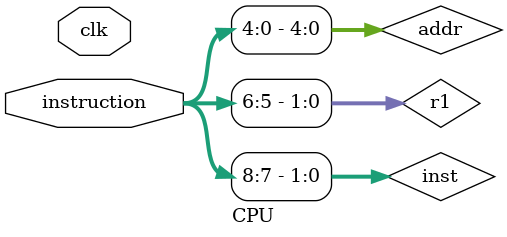
<source format=v>
module CPU(
    input clk,
    input [8:0] instruction
);

    localparam LOADD = 2'b11, LOADD2 = 2'b10, LOADS = 2'b00, OUTR = 2'b01;

    wire [511:0] A [0:3];
    wire [511:0] temp_array [0:6];
    wire [1:0] inst, r1;
    wire [4:0] addr;
    wire write_enable, output_enable;

    assign inst = instruction[8:7];
    assign r1 = instruction[6:5];
    assign addr = instruction[4:0];

    assign write_enable = ~instruction[8] & instruction[7];
    assign output_enable = ~instruction[8] & ~instruction[7];

    Register_file #(.n(512)) register_file (.clk(clk), .instruction(inst), .r_in(r1),
                                            .A1(A[0]), .A2(A[1]), .A3(A[2]), .A4(A[3]),
                                            .input_data1(temp_array[0]), .input_data2(temp_array[1]), .output_data(temp_array[4]));

    ALU #(.n(512)) alu (.input_data1(A[0]), .input_data2(A[1]),
                        .opcode(~instruction[7]), .output_data1(temp_array[2]), .output_data2(temp_array[3]));

    Memory_Unit memory_unit(.write_enable(write_enable), .output_enable(output_enable), .clk(clk),
                            .address(addr), .output_data(temp_array[5]), .input_data(temp_array[4]));
      
        assign temp_array[0] = instruction[8] ? temp_array[2] : temp_array[5];
        assign temp_array[1] = instruction[8] ? temp_array[3] : temp_array[1];
endmodule
</source>
